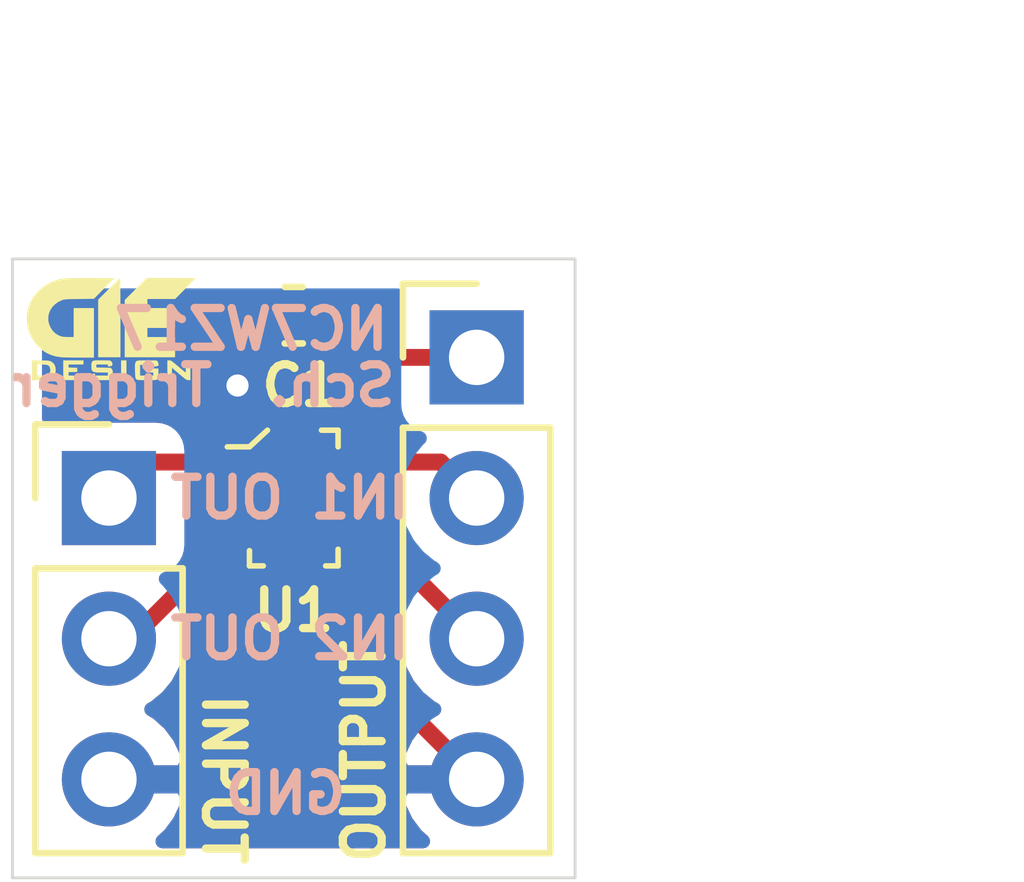
<source format=kicad_pcb>
(kicad_pcb (version 20171130) (host pcbnew "(5.1.4)-1")

  (general
    (thickness 1.6)
    (drawings 13)
    (tracks 22)
    (zones 0)
    (modules 5)
    (nets 7)
  )

  (page A4)
  (layers
    (0 F.Cu signal)
    (31 B.Cu signal)
    (32 B.Adhes user)
    (33 F.Adhes user)
    (34 B.Paste user)
    (35 F.Paste user)
    (36 B.SilkS user)
    (37 F.SilkS user)
    (38 B.Mask user)
    (39 F.Mask user)
    (40 Dwgs.User user)
    (41 Cmts.User user)
    (42 Eco1.User user)
    (43 Eco2.User user)
    (44 Edge.Cuts user)
    (45 Margin user)
    (46 B.CrtYd user)
    (47 F.CrtYd user)
    (48 B.Fab user)
    (49 F.Fab user)
  )

  (setup
    (last_trace_width 0.3048)
    (user_trace_width 0.2286)
    (user_trace_width 0.3048)
    (trace_clearance 0.2032)
    (zone_clearance 0.508)
    (zone_45_only no)
    (trace_min 0.2)
    (via_size 0.8)
    (via_drill 0.4)
    (via_min_size 0.4)
    (via_min_drill 0.3)
    (uvia_size 0.3)
    (uvia_drill 0.1)
    (uvias_allowed no)
    (uvia_min_size 0.2)
    (uvia_min_drill 0.1)
    (edge_width 0.05)
    (segment_width 0.2)
    (pcb_text_width 0.3)
    (pcb_text_size 1.5 1.5)
    (mod_edge_width 0.12)
    (mod_text_size 1 1)
    (mod_text_width 0.15)
    (pad_size 1.524 1.524)
    (pad_drill 0.762)
    (pad_to_mask_clearance 0.051)
    (solder_mask_min_width 0.25)
    (aux_axis_origin 0 0)
    (visible_elements 7FFFFFFF)
    (pcbplotparams
      (layerselection 0x010fc_ffffffff)
      (usegerberextensions false)
      (usegerberattributes false)
      (usegerberadvancedattributes false)
      (creategerberjobfile false)
      (excludeedgelayer true)
      (linewidth 0.100000)
      (plotframeref false)
      (viasonmask false)
      (mode 1)
      (useauxorigin false)
      (hpglpennumber 1)
      (hpglpenspeed 20)
      (hpglpendiameter 15.000000)
      (psnegative false)
      (psa4output false)
      (plotreference true)
      (plotvalue true)
      (plotinvisibletext false)
      (padsonsilk false)
      (subtractmaskfromsilk false)
      (outputformat 1)
      (mirror false)
      (drillshape 1)
      (scaleselection 1)
      (outputdirectory ""))
  )

  (net 0 "")
  (net 1 GND)
  (net 2 VCC)
  (net 3 /IN2)
  (net 4 /IN1)
  (net 5 /OUT2)
  (net 6 /OUT1)

  (net_class Default "This is the default net class."
    (clearance 0.2032)
    (trace_width 0.3048)
    (via_dia 0.8)
    (via_drill 0.4)
    (uvia_dia 0.3)
    (uvia_drill 0.1)
    (add_net /IN1)
    (add_net /IN2)
    (add_net /OUT1)
    (add_net /OUT2)
    (add_net GND)
    (add_net VCC)
  )

  (module "0 - GIE Design Logos:GIE Design - no LLC (3mm x 2mm)" (layer F.Cu) (tedit 0) (tstamp 5D9FC94E)
    (at 104.902 88.392)
    (fp_text reference G*** (at 0 0) (layer F.SilkS) hide
      (effects (font (size 1.524 1.524) (thickness 0.3)))
    )
    (fp_text value LOGO (at 0.75 0) (layer F.SilkS) hide
      (effects (font (size 1.524 1.524) (thickness 0.3)))
    )
    (fp_poly (pts (xy 1.161102 -0.921568) (xy 1.234446 -0.921311) (xy 1.30205 -0.920901) (xy 1.362657 -0.920355)
      (xy 1.41501 -0.919689) (xy 1.457852 -0.918918) (xy 1.489926 -0.918059) (xy 1.509974 -0.917128)
      (xy 1.516743 -0.91616) (xy 1.511787 -0.909926) (xy 1.497698 -0.89467) (xy 1.475642 -0.871594)
      (xy 1.446787 -0.841901) (xy 1.412302 -0.806792) (xy 1.373353 -0.767472) (xy 1.337076 -0.731103)
      (xy 1.157408 -0.551543) (xy 0.653143 -0.551543) (xy 0.653143 -0.377372) (xy 1.153886 -0.377372)
      (xy 1.153886 -0.029029) (xy 0.653143 -0.029029) (xy 0.653143 0.145143) (xy 1.153886 0.145143)
      (xy 1.153886 0.500743) (xy 0.254 0.500743) (xy 0.254 -0.525849) (xy 0.451905 -0.723753)
      (xy 0.649809 -0.921657) (xy 1.083276 -0.921657) (xy 1.161102 -0.921568)) (layer F.SilkS) (width 0.01))
    (fp_poly (pts (xy 0.162284 -0.907307) (xy 0.163014 -0.886684) (xy 0.163704 -0.853514) (xy 0.164348 -0.808782)
      (xy 0.164936 -0.753471) (xy 0.165463 -0.688566) (xy 0.16592 -0.615051) (xy 0.1663 -0.533909)
      (xy 0.166595 -0.446125) (xy 0.166799 -0.352682) (xy 0.166902 -0.254564) (xy 0.166915 -0.206829)
      (xy 0.166915 0.500743) (xy -0.224971 0.500743) (xy -0.224971 -0.533503) (xy -0.034421 -0.723952)
      (xy 0.008869 -0.767078) (xy 0.048996 -0.806784) (xy 0.084796 -0.841938) (xy 0.115103 -0.871407)
      (xy 0.138751 -0.894058) (xy 0.154576 -0.908759) (xy 0.161413 -0.914377) (xy 0.161522 -0.9144)
      (xy 0.162284 -0.907307)) (layer F.SilkS) (width 0.01))
    (fp_poly (pts (xy -0.402059 -0.920399) (xy -0.347296 -0.920161) (xy 0.049264 -0.918029) (xy -0.12953 -0.7366)
      (xy -0.308325 -0.555172) (xy -0.573262 -0.551281) (xy -0.642294 -0.550247) (xy -0.698458 -0.549299)
      (xy -0.743398 -0.548318) (xy -0.778759 -0.547186) (xy -0.806184 -0.545787) (xy -0.82732 -0.544)
      (xy -0.843809 -0.541709) (xy -0.857297 -0.538795) (xy -0.869429 -0.535141) (xy -0.881847 -0.530627)
      (xy -0.886668 -0.528784) (xy -0.954393 -0.496186) (xy -1.01274 -0.454636) (xy -1.060888 -0.40542)
      (xy -1.098014 -0.349824) (xy -1.123297 -0.289134) (xy -1.135915 -0.224635) (xy -1.135044 -0.157614)
      (xy -1.133074 -0.143357) (xy -1.116251 -0.07835) (xy -1.088292 -0.018596) (xy -1.050726 0.034213)
      (xy -1.005082 0.078383) (xy -0.952891 0.112225) (xy -0.895682 0.134045) (xy -0.878938 0.137776)
      (xy -0.855488 0.140778) (xy -0.822338 0.14319) (xy -0.784295 0.14473) (xy -0.753752 0.145143)
      (xy -0.667657 0.145143) (xy -0.667657 -0.377372) (xy -0.312057 -0.377372) (xy -0.312057 0.508)
      (xy -0.567871 0.506923) (xy -0.631173 0.506515) (xy -0.693112 0.50585) (xy -0.75137 0.504974)
      (xy -0.803631 0.50393) (xy -0.84758 0.502763) (xy -0.880899 0.501517) (xy -0.896257 0.50065)
      (xy -0.992304 0.486765) (xy -1.08327 0.459601) (xy -1.168248 0.419785) (xy -1.24633 0.367938)
      (xy -1.316607 0.304686) (xy -1.378171 0.230651) (xy -1.430116 0.146459) (xy -1.439985 0.127)
      (xy -1.464431 0.074118) (xy -1.482249 0.027605) (xy -1.495087 -0.018094) (xy -1.504596 -0.068533)
      (xy -1.510061 -0.108857) (xy -1.514947 -0.208543) (xy -1.505699 -0.307182) (xy -1.482661 -0.403276)
      (xy -1.446171 -0.495326) (xy -1.405496 -0.568239) (xy -1.38897 -0.59134) (xy -1.365752 -0.620277)
      (xy -1.339453 -0.650664) (xy -1.322733 -0.668782) (xy -1.243121 -0.743452) (xy -1.159056 -0.804443)
      (xy -1.069851 -0.852096) (xy -0.97482 -0.88675) (xy -0.873275 -0.908744) (xy -0.825002 -0.914627)
      (xy -0.798512 -0.916333) (xy -0.75871 -0.917768) (xy -0.706798 -0.918918) (xy -0.643976 -0.919771)
      (xy -0.571445 -0.920311) (xy -0.490406 -0.920525) (xy -0.402059 -0.920399)) (layer F.SilkS) (width 0.01))
    (fp_poly (pts (xy 1.06062 0.566107) (xy 1.068837 0.566939) (xy 1.077422 0.569577) (xy 1.087841 0.575043)
      (xy 1.101556 0.584362) (xy 1.120032 0.598556) (xy 1.144733 0.618649) (xy 1.177122 0.645663)
      (xy 1.218664 0.680623) (xy 1.235462 0.694778) (xy 1.269951 0.723694) (xy 1.300623 0.749134)
      (xy 1.325776 0.76971) (xy 1.343708 0.784033) (xy 1.352719 0.790714) (xy 1.35339 0.791028)
      (xy 1.354657 0.784183) (xy 1.355736 0.765291) (xy 1.356548 0.736821) (xy 1.35701 0.70124)
      (xy 1.357086 0.678543) (xy 1.357086 0.566057) (xy 1.429658 0.566057) (xy 1.429658 0.9144)
      (xy 1.402443 0.914361) (xy 1.378488 0.910857) (xy 1.35721 0.9024) (xy 1.356045 0.901661)
      (xy 1.343708 0.892486) (xy 1.323045 0.876014) (xy 1.296224 0.854076) (xy 1.265416 0.828502)
      (xy 1.232788 0.80112) (xy 1.200511 0.773761) (xy 1.170753 0.748254) (xy 1.145684 0.726428)
      (xy 1.127472 0.710114) (xy 1.118286 0.70114) (xy 1.118228 0.701071) (xy 1.107593 0.691537)
      (xy 1.102197 0.689428) (xy 1.100015 0.696274) (xy 1.098155 0.715164) (xy 1.096757 0.743633)
      (xy 1.09596 0.779213) (xy 1.095829 0.801914) (xy 1.095829 0.9144) (xy 1.023258 0.9144)
      (xy 1.023258 0.566057) (xy 1.051307 0.566057) (xy 1.06062 0.566107)) (layer F.SilkS) (width 0.01))
    (fp_poly (pts (xy 0.694912 0.566249) (xy 0.738453 0.566788) (xy 0.775294 0.567616) (xy 0.803195 0.568676)
      (xy 0.819919 0.569911) (xy 0.823361 0.570565) (xy 0.836511 0.581283) (xy 0.847292 0.599702)
      (xy 0.854308 0.621189) (xy 0.856166 0.64111) (xy 0.851473 0.654834) (xy 0.849259 0.656664)
      (xy 0.838372 0.660003) (xy 0.818532 0.663631) (xy 0.805716 0.665361) (xy 0.784186 0.667387)
      (xy 0.773364 0.666067) (xy 0.769619 0.660284) (xy 0.769258 0.654153) (xy 0.768787 0.648501)
      (xy 0.766022 0.64442) (xy 0.758931 0.641654) (xy 0.745482 0.639947) (xy 0.723644 0.639044)
      (xy 0.691386 0.63869) (xy 0.646675 0.638628) (xy 0.522515 0.638628) (xy 0.522515 0.841828)
      (xy 0.769258 0.841828) (xy 0.769258 0.777079) (xy 0.642258 0.772885) (xy 0.640016 0.741846)
      (xy 0.637775 0.710807) (xy 0.745245 0.712817) (xy 0.852715 0.714828) (xy 0.852105 0.801235)
      (xy 0.852017 0.834553) (xy 0.851222 0.860617) (xy 0.848133 0.880315) (xy 0.841163 0.894532)
      (xy 0.828727 0.904156) (xy 0.809237 0.910075) (xy 0.781108 0.913174) (xy 0.742753 0.91434)
      (xy 0.692586 0.914462) (xy 0.649689 0.9144) (xy 0.595535 0.914322) (xy 0.553965 0.913992)
      (xy 0.523051 0.913264) (xy 0.500864 0.91199) (xy 0.485476 0.910026) (xy 0.474956 0.907225)
      (xy 0.467377 0.903442) (xy 0.462948 0.900256) (xy 0.456301 0.894468) (xy 0.451415 0.887616)
      (xy 0.447897 0.877395) (xy 0.445356 0.8615) (xy 0.443398 0.837626) (xy 0.441632 0.803468)
      (xy 0.440027 0.765593) (xy 0.438385 0.710028) (xy 0.438419 0.665514) (xy 0.440108 0.633245)
      (xy 0.442724 0.616717) (xy 0.44732 0.60143) (xy 0.453045 0.589574) (xy 0.461654 0.580713)
      (xy 0.474902 0.574412) (xy 0.494545 0.570235) (xy 0.52234 0.567748) (xy 0.560041 0.566513)
      (xy 0.609405 0.566096) (xy 0.646907 0.566057) (xy 0.694912 0.566249)) (layer F.SilkS) (width 0.01))
    (fp_poly (pts (xy 0.275772 0.9144) (xy 0.188686 0.9144) (xy 0.188686 0.566057) (xy 0.275772 0.566057)
      (xy 0.275772 0.9144)) (layer F.SilkS) (width 0.01))
    (fp_poly (pts (xy -0.113149 0.566096) (xy -0.07546 0.566361) (xy -0.048148 0.567072) (xy -0.029147 0.568448)
      (xy -0.016389 0.570711) (xy -0.007805 0.574081) (xy -0.001328 0.578777) (xy 0.003959 0.58387)
      (xy 0.019044 0.608052) (xy 0.021772 0.626984) (xy 0.021044 0.643877) (xy 0.016572 0.653555)
      (xy 0.004921 0.65905) (xy -0.017343 0.663395) (xy -0.019957 0.663829) (xy -0.039189 0.66643)
      (xy -0.048112 0.664559) (xy -0.050672 0.656466) (xy -0.0508 0.650152) (xy -0.0508 0.631371)
      (xy -0.268514 0.631371) (xy -0.268514 0.695276) (xy -0.005988 0.700314) (xy 0.012164 0.721424)
      (xy 0.020466 0.732012) (xy 0.02561 0.742676) (xy 0.028188 0.756921) (xy 0.028791 0.778255)
      (xy 0.028008 0.810182) (xy 0.027859 0.814605) (xy 0.026847 0.844559) (xy 0.025001 0.867836)
      (xy 0.020671 0.885277) (xy 0.012209 0.89772) (xy -0.002037 0.906008) (xy -0.023717 0.910981)
      (xy -0.054479 0.913478) (xy -0.095973 0.91434) (xy -0.149851 0.914408) (xy -0.168048 0.9144)
      (xy -0.327231 0.9144) (xy -0.345044 0.896587) (xy -0.358804 0.87626) (xy -0.362857 0.849837)
      (xy -0.362857 0.849756) (xy -0.361742 0.830732) (xy -0.355733 0.820823) (xy -0.340835 0.814658)
      (xy -0.335642 0.813181) (xy -0.311184 0.807231) (xy -0.29743 0.806932) (xy -0.291448 0.812963)
      (xy -0.290285 0.823685) (xy -0.290285 0.841828) (xy -0.0508 0.841828) (xy -0.0508 0.776514)
      (xy -0.157842 0.776341) (xy -0.215388 0.775785) (xy -0.260052 0.773704) (xy -0.293455 0.769163)
      (xy -0.317219 0.761228) (xy -0.332963 0.748964) (xy -0.34231 0.731437) (xy -0.346879 0.707713)
      (xy -0.348292 0.676857) (xy -0.348342 0.666523) (xy -0.347993 0.634865) (xy -0.346416 0.61404)
      (xy -0.34282 0.600375) (xy -0.336413 0.590195) (xy -0.33053 0.58387) (xy -0.324228 0.577898)
      (xy -0.317545 0.573437) (xy -0.308412 0.570266) (xy -0.294762 0.568165) (xy -0.274528 0.566914)
      (xy -0.24564 0.566292) (xy -0.206031 0.56608) (xy -0.163285 0.566057) (xy -0.113149 0.566096)) (layer F.SilkS) (width 0.01))
    (fp_poly (pts (xy -0.500742 0.631371) (xy -0.769257 0.631371) (xy -0.769257 0.696194) (xy -0.691242 0.698254)
      (xy -0.613228 0.700314) (xy -0.613228 0.765628) (xy -0.691242 0.767688) (xy -0.769257 0.769748)
      (xy -0.769257 0.841508) (xy -0.633185 0.843482) (xy -0.497114 0.845457) (xy -0.494902 0.879928)
      (xy -0.49269 0.9144) (xy -0.856342 0.9144) (xy -0.856342 0.566057) (xy -0.500742 0.566057)
      (xy -0.500742 0.631371)) (layer F.SilkS) (width 0.01))
    (fp_poly (pts (xy -1.268185 0.567355) (xy -1.216351 0.56824) (xy -1.17684 0.569265) (xy -1.147461 0.570642)
      (xy -1.126023 0.572589) (xy -1.110335 0.575318) (xy -1.098206 0.579044) (xy -1.087444 0.583983)
      (xy -1.084942 0.585308) (xy -1.047563 0.611207) (xy -1.021871 0.643219) (xy -1.006897 0.683126)
      (xy -1.001669 0.732709) (xy -1.001645 0.738181) (xy -1.006843 0.789054) (xy -1.022548 0.831118)
      (xy -1.049282 0.866088) (xy -1.063904 0.879947) (xy -1.07765 0.890589) (xy -1.092694 0.89848)
      (xy -1.111211 0.904087) (xy -1.135376 0.907879) (xy -1.167364 0.910321) (xy -1.209351 0.911881)
      (xy -1.263512 0.913027) (xy -1.268185 0.913111) (xy -1.4224 0.915843) (xy -1.4224 0.843321)
      (xy -1.335314 0.843321) (xy -1.246414 0.840519) (xy -1.202932 0.838527) (xy -1.171348 0.835486)
      (xy -1.149065 0.831038) (xy -1.134051 0.825136) (xy -1.109558 0.804306) (xy -1.094015 0.774872)
      (xy -1.088254 0.740262) (xy -1.093111 0.703906) (xy -1.100082 0.685507) (xy -1.110698 0.666636)
      (xy -1.123517 0.653011) (xy -1.141037 0.643706) (xy -1.165753 0.637793) (xy -1.200161 0.634346)
      (xy -1.242785 0.63255) (xy -1.335314 0.629913) (xy -1.335314 0.843321) (xy -1.4224 0.843321)
      (xy -1.4224 0.565024) (xy -1.268185 0.567355)) (layer F.SilkS) (width 0.01))
  )

  (module digikey-footprints:SOT-363 (layer F.Cu) (tedit 59D28875) (tstamp 5D9FBF08)
    (at 108.204 91.44 270)
    (path /5D9F6BBD)
    (fp_text reference U1 (at 2.032 0 180) (layer F.SilkS)
      (effects (font (size 0.7 0.7) (thickness 0.15)))
    )
    (fp_text value NC7WZ17P6X (at 0 2.325 90) (layer F.Fab) hide
      (effects (font (size 1 1) (thickness 0.15)))
    )
    (fp_line (start -1.1 -0.675) (end 1.1 -0.675) (layer F.Fab) (width 0.1))
    (fp_line (start 1.1 -0.675) (end 1.1 0.675) (layer F.Fab) (width 0.1))
    (fp_text user %R (at -0.05 0.025 90) (layer F.Fab)
      (effects (font (size 0.4 0.4) (thickness 0.04)))
    )
    (fp_line (start 1.225 -0.8) (end 1.225 -0.575) (layer F.SilkS) (width 0.1))
    (fp_line (start 0.925 -0.8) (end 1.225 -0.8) (layer F.SilkS) (width 0.1))
    (fp_line (start 1.225 0.8) (end 1.225 0.55) (layer F.SilkS) (width 0.1))
    (fp_line (start 0.95 0.8) (end 1.225 0.8) (layer F.SilkS) (width 0.1))
    (fp_line (start -1.225 -0.8) (end -1.225 -0.5) (layer F.SilkS) (width 0.1))
    (fp_line (start -0.925 -0.8) (end -1.225 -0.8) (layer F.SilkS) (width 0.1))
    (fp_line (start -1.1 0.425) (end -0.875 0.675) (layer F.Fab) (width 0.1))
    (fp_line (start -1.1 0.425) (end -1.1 -0.675) (layer F.Fab) (width 0.1))
    (fp_line (start -0.875 0.675) (end 1.1 0.675) (layer F.Fab) (width 0.1))
    (fp_line (start -0.925 0.8) (end -0.925 1.2) (layer F.SilkS) (width 0.1))
    (fp_line (start -1.225 0.475) (end -0.925 0.8) (layer F.SilkS) (width 0.1))
    (fp_line (start -1.4 -1.5) (end 1.4 -1.5) (layer F.CrtYd) (width 0.05))
    (fp_line (start 1.4 -1.5) (end 1.4 1.5) (layer F.CrtYd) (width 0.05))
    (fp_line (start 1.4 1.5) (end -1.4 1.5) (layer F.CrtYd) (width 0.05))
    (fp_line (start -1.4 1.5) (end -1.4 -1.5) (layer F.CrtYd) (width 0.05))
    (pad 3 smd rect (at 0.65 0.95 270) (size 0.42 0.6) (layers F.Cu F.Paste F.Mask)
      (net 3 /IN2))
    (pad 2 smd rect (at 0 0.95 270) (size 0.42 0.6) (layers F.Cu F.Paste F.Mask)
      (net 1 GND))
    (pad 1 smd rect (at -0.65 0.95 270) (size 0.42 0.6) (layers F.Cu F.Paste F.Mask)
      (net 4 /IN1))
    (pad 4 smd rect (at 0.65 -0.95 270) (size 0.42 0.6) (layers F.Cu F.Paste F.Mask)
      (net 5 /OUT2))
    (pad 5 smd rect (at 0 -0.95 270) (size 0.42 0.6) (layers F.Cu F.Paste F.Mask)
      (net 2 VCC))
    (pad 6 smd rect (at -0.65 -0.95 270) (size 0.42 0.6) (layers F.Cu F.Paste F.Mask)
      (net 6 /OUT1))
  )

  (module Connector_PinHeader_2.54mm:PinHeader_1x04_P2.54mm_Vertical (layer F.Cu) (tedit 59FED5CC) (tstamp 5D9FBD80)
    (at 111.506 88.9)
    (descr "Through hole straight pin header, 1x04, 2.54mm pitch, single row")
    (tags "Through hole pin header THT 1x04 2.54mm single row")
    (path /5D9F7D13)
    (fp_text reference J2 (at -2.286 8.636) (layer F.SilkS) hide
      (effects (font (size 1 1) (thickness 0.15)))
    )
    (fp_text value Conn_01x04 (at 0 9.95) (layer F.Fab) hide
      (effects (font (size 1 1) (thickness 0.15)))
    )
    (fp_text user %R (at 0 3.81 90) (layer F.Fab)
      (effects (font (size 1 1) (thickness 0.15)))
    )
    (fp_line (start 1.8 -1.8) (end -1.8 -1.8) (layer F.CrtYd) (width 0.05))
    (fp_line (start 1.8 9.4) (end 1.8 -1.8) (layer F.CrtYd) (width 0.05))
    (fp_line (start -1.8 9.4) (end 1.8 9.4) (layer F.CrtYd) (width 0.05))
    (fp_line (start -1.8 -1.8) (end -1.8 9.4) (layer F.CrtYd) (width 0.05))
    (fp_line (start -1.33 -1.33) (end 0 -1.33) (layer F.SilkS) (width 0.12))
    (fp_line (start -1.33 0) (end -1.33 -1.33) (layer F.SilkS) (width 0.12))
    (fp_line (start -1.33 1.27) (end 1.33 1.27) (layer F.SilkS) (width 0.12))
    (fp_line (start 1.33 1.27) (end 1.33 8.95) (layer F.SilkS) (width 0.12))
    (fp_line (start -1.33 1.27) (end -1.33 8.95) (layer F.SilkS) (width 0.12))
    (fp_line (start -1.33 8.95) (end 1.33 8.95) (layer F.SilkS) (width 0.12))
    (fp_line (start -1.27 -0.635) (end -0.635 -1.27) (layer F.Fab) (width 0.1))
    (fp_line (start -1.27 8.89) (end -1.27 -0.635) (layer F.Fab) (width 0.1))
    (fp_line (start 1.27 8.89) (end -1.27 8.89) (layer F.Fab) (width 0.1))
    (fp_line (start 1.27 -1.27) (end 1.27 8.89) (layer F.Fab) (width 0.1))
    (fp_line (start -0.635 -1.27) (end 1.27 -1.27) (layer F.Fab) (width 0.1))
    (pad 4 thru_hole oval (at 0 7.62) (size 1.7 1.7) (drill 1) (layers *.Cu *.Mask)
      (net 1 GND))
    (pad 3 thru_hole oval (at 0 5.08) (size 1.7 1.7) (drill 1) (layers *.Cu *.Mask)
      (net 5 /OUT2))
    (pad 2 thru_hole oval (at 0 2.54) (size 1.7 1.7) (drill 1) (layers *.Cu *.Mask)
      (net 6 /OUT1))
    (pad 1 thru_hole rect (at 0 0) (size 1.7 1.7) (drill 1) (layers *.Cu *.Mask)
      (net 2 VCC))
    (model ${KISYS3DMOD}/Connector_PinHeader_2.54mm.3dshapes/PinHeader_1x04_P2.54mm_Vertical.wrl
      (at (xyz 0 0 0))
      (scale (xyz 1 1 1))
      (rotate (xyz 0 0 0))
    )
  )

  (module Connector_PinHeader_2.54mm:PinHeader_1x03_P2.54mm_Vertical (layer F.Cu) (tedit 59FED5CC) (tstamp 5D9FC30B)
    (at 104.8664 91.44)
    (descr "Through hole straight pin header, 1x03, 2.54mm pitch, single row")
    (tags "Through hole pin header THT 1x03 2.54mm single row")
    (path /5D9F857D)
    (fp_text reference J1 (at 2.3216 6.096) (layer F.SilkS) hide
      (effects (font (size 1 1) (thickness 0.15)))
    )
    (fp_text value Conn_01x03 (at 0 7.41) (layer F.Fab) hide
      (effects (font (size 1 1) (thickness 0.15)))
    )
    (fp_text user %R (at 0 2.54 90) (layer F.Fab)
      (effects (font (size 1 1) (thickness 0.15)))
    )
    (fp_line (start 1.8 -1.8) (end -1.8 -1.8) (layer F.CrtYd) (width 0.05))
    (fp_line (start 1.8 6.85) (end 1.8 -1.8) (layer F.CrtYd) (width 0.05))
    (fp_line (start -1.8 6.85) (end 1.8 6.85) (layer F.CrtYd) (width 0.05))
    (fp_line (start -1.8 -1.8) (end -1.8 6.85) (layer F.CrtYd) (width 0.05))
    (fp_line (start -1.33 -1.33) (end 0 -1.33) (layer F.SilkS) (width 0.12))
    (fp_line (start -1.33 0) (end -1.33 -1.33) (layer F.SilkS) (width 0.12))
    (fp_line (start -1.33 1.27) (end 1.33 1.27) (layer F.SilkS) (width 0.12))
    (fp_line (start 1.33 1.27) (end 1.33 6.41) (layer F.SilkS) (width 0.12))
    (fp_line (start -1.33 1.27) (end -1.33 6.41) (layer F.SilkS) (width 0.12))
    (fp_line (start -1.33 6.41) (end 1.33 6.41) (layer F.SilkS) (width 0.12))
    (fp_line (start -1.27 -0.635) (end -0.635 -1.27) (layer F.Fab) (width 0.1))
    (fp_line (start -1.27 6.35) (end -1.27 -0.635) (layer F.Fab) (width 0.1))
    (fp_line (start 1.27 6.35) (end -1.27 6.35) (layer F.Fab) (width 0.1))
    (fp_line (start 1.27 -1.27) (end 1.27 6.35) (layer F.Fab) (width 0.1))
    (fp_line (start -0.635 -1.27) (end 1.27 -1.27) (layer F.Fab) (width 0.1))
    (pad 3 thru_hole oval (at 0 5.08) (size 1.7 1.7) (drill 1) (layers *.Cu *.Mask)
      (net 1 GND))
    (pad 2 thru_hole oval (at 0 2.54) (size 1.7 1.7) (drill 1) (layers *.Cu *.Mask)
      (net 3 /IN2))
    (pad 1 thru_hole rect (at 0 0) (size 1.7 1.7) (drill 1) (layers *.Cu *.Mask)
      (net 4 /IN1))
    (model ${KISYS3DMOD}/Connector_PinHeader_2.54mm.3dshapes/PinHeader_1x03_P2.54mm_Vertical.wrl
      (at (xyz 0 0 0))
      (scale (xyz 1 1 1))
      (rotate (xyz 0 0 0))
    )
  )

  (module Capacitor_SMD:C_0603_1608Metric (layer F.Cu) (tedit 5B301BBE) (tstamp 5D9FBE0E)
    (at 108.204 88.138 180)
    (descr "Capacitor SMD 0603 (1608 Metric), square (rectangular) end terminal, IPC_7351 nominal, (Body size source: http://www.tortai-tech.com/upload/download/2011102023233369053.pdf), generated with kicad-footprint-generator")
    (tags capacitor)
    (path /5D9F7749)
    (attr smd)
    (fp_text reference C1 (at -0.127 -1.27) (layer F.SilkS)
      (effects (font (size 0.7 0.7) (thickness 0.15)))
    )
    (fp_text value 0.1uF (at 0 1.43) (layer F.Fab) hide
      (effects (font (size 1 1) (thickness 0.15)))
    )
    (fp_text user %R (at 0 0) (layer F.Fab)
      (effects (font (size 0.4 0.4) (thickness 0.06)))
    )
    (fp_line (start 1.48 0.73) (end -1.48 0.73) (layer F.CrtYd) (width 0.05))
    (fp_line (start 1.48 -0.73) (end 1.48 0.73) (layer F.CrtYd) (width 0.05))
    (fp_line (start -1.48 -0.73) (end 1.48 -0.73) (layer F.CrtYd) (width 0.05))
    (fp_line (start -1.48 0.73) (end -1.48 -0.73) (layer F.CrtYd) (width 0.05))
    (fp_line (start -0.162779 0.51) (end 0.162779 0.51) (layer F.SilkS) (width 0.12))
    (fp_line (start -0.162779 -0.51) (end 0.162779 -0.51) (layer F.SilkS) (width 0.12))
    (fp_line (start 0.8 0.4) (end -0.8 0.4) (layer F.Fab) (width 0.1))
    (fp_line (start 0.8 -0.4) (end 0.8 0.4) (layer F.Fab) (width 0.1))
    (fp_line (start -0.8 -0.4) (end 0.8 -0.4) (layer F.Fab) (width 0.1))
    (fp_line (start -0.8 0.4) (end -0.8 -0.4) (layer F.Fab) (width 0.1))
    (pad 2 smd roundrect (at 0.7875 0 180) (size 0.875 0.95) (layers F.Cu F.Paste F.Mask) (roundrect_rratio 0.25)
      (net 1 GND))
    (pad 1 smd roundrect (at -0.7875 0 180) (size 0.875 0.95) (layers F.Cu F.Paste F.Mask) (roundrect_rratio 0.25)
      (net 2 VCC))
    (model ${KISYS3DMOD}/Capacitor_SMD.3dshapes/C_0603_1608Metric.wrl
      (at (xyz 0 0 0))
      (scale (xyz 1 1 1))
      (rotate (xyz 0 0 0))
    )
  )

  (dimension 10.182024 (width 0.15) (layer Dwgs.User)
    (gr_text "0.4009 in" (at 108.20643 83.144565 0.123797406) (layer Dwgs.User)
      (effects (font (size 1 1) (thickness 0.15)))
    )
    (feature1 (pts (xy 103.124 87.122) (xy 103.116972 83.869143)))
    (feature2 (pts (xy 113.306 87.1) (xy 113.298972 83.847143)))
    (crossbar (pts (xy 113.300239 84.433562) (xy 103.118239 84.455562)))
    (arrow1a (pts (xy 103.118239 84.455562) (xy 104.243473 83.866709)))
    (arrow1b (pts (xy 103.118239 84.455562) (xy 104.246007 85.039547)))
    (arrow2a (pts (xy 113.300239 84.433562) (xy 112.172471 83.849577)))
    (arrow2b (pts (xy 113.300239 84.433562) (xy 112.175005 85.022415)))
  )
  (dimension 11.2 (width 0.15) (layer Dwgs.User)
    (gr_text "0.4409 in" (at 120.045 92.7 270) (layer Dwgs.User)
      (effects (font (size 1 1) (thickness 0.15)))
    )
    (feature1 (pts (xy 113.306 98.3) (xy 119.331421 98.3)))
    (feature2 (pts (xy 113.306 87.1) (xy 119.331421 87.1)))
    (crossbar (pts (xy 118.745 87.1) (xy 118.745 98.3)))
    (arrow1a (pts (xy 118.745 98.3) (xy 118.158579 97.173496)))
    (arrow1b (pts (xy 118.745 98.3) (xy 119.331421 97.173496)))
    (arrow2a (pts (xy 118.745 87.1) (xy 118.158579 88.226504)))
    (arrow2b (pts (xy 118.745 87.1) (xy 119.331421 88.226504)))
  )
  (gr_text "Sch.  Trigger" (at 110.109 89.408) (layer B.SilkS) (tstamp 5D9FCAA4)
    (effects (font (size 0.7 0.7) (thickness 0.15)) (justify left mirror))
  )
  (gr_text GND (at 109.22 96.774) (layer B.SilkS) (tstamp 5D9FC58E)
    (effects (font (size 0.7 0.7) (thickness 0.15)) (justify left mirror))
  )
  (gr_text "IN2 OUT" (at 110.363 93.98) (layer B.SilkS) (tstamp 5D9FC58C)
    (effects (font (size 0.7 0.7) (thickness 0.15)) (justify left mirror))
  )
  (gr_text "IN1 OUT" (at 110.363 91.44) (layer B.SilkS) (tstamp 5D9FC58A)
    (effects (font (size 0.7 0.7) (thickness 0.15)) (justify left mirror))
  )
  (gr_text NC7WZ17 (at 109.982 88.392) (layer B.SilkS) (tstamp 5D9FC95E)
    (effects (font (size 0.7 0.7) (thickness 0.15)) (justify left mirror))
  )
  (gr_text OUTPUT (at 109.474 96.012 90) (layer F.SilkS)
    (effects (font (size 0.7 0.7) (thickness 0.15)))
  )
  (gr_text INPUT (at 106.934 96.52 270) (layer F.SilkS)
    (effects (font (size 0.7 0.7) (thickness 0.15)))
  )
  (gr_line (start 103.124 98.298) (end 103.124 87.122) (layer Edge.Cuts) (width 0.05))
  (gr_line (start 113.284 98.298) (end 103.124 98.298) (layer Edge.Cuts) (width 0.05))
  (gr_line (start 113.284 87.122) (end 113.284 98.298) (layer Edge.Cuts) (width 0.05))
  (gr_line (start 103.124 87.122) (end 113.284 87.122) (layer Edge.Cuts) (width 0.05))

  (segment (start 108.204 93.218) (end 111.506 96.52) (width 0.3048) (layer F.Cu) (net 1))
  (segment (start 108.204 91.889918) (end 108.204 93.218) (width 0.3048) (layer F.Cu) (net 1))
  (segment (start 107.254 91.44) (end 107.754082 91.44) (width 0.3048) (layer F.Cu) (net 1))
  (segment (start 107.754082 91.44) (end 108.204 91.889918) (width 0.3048) (layer F.Cu) (net 1))
  (via (at 107.188 89.408) (size 0.8) (drill 0.4) (layers F.Cu B.Cu) (net 1) (tstamp 5D9FC9A5))
  (segment (start 109.7535 88.9) (end 108.9915 88.138) (width 0.3048) (layer F.Cu) (net 2))
  (segment (start 111.506 88.9) (end 109.7535 88.9) (width 0.3048) (layer F.Cu) (net 2))
  (segment (start 108.9915 88.713) (end 108.331 89.3735) (width 0.3048) (layer F.Cu) (net 2))
  (segment (start 108.9915 88.138) (end 108.9915 88.713) (width 0.3048) (layer F.Cu) (net 2))
  (segment (start 108.5492 91.44) (end 109.154 91.44) (width 0.3048) (layer F.Cu) (net 2))
  (segment (start 108.331 91.2218) (end 108.5492 91.44) (width 0.3048) (layer F.Cu) (net 2))
  (segment (start 108.331 89.3735) (end 108.331 91.2218) (width 0.3048) (layer F.Cu) (net 2))
  (segment (start 105.274 93.98) (end 104.8664 93.98) (width 0.3048) (layer F.Cu) (net 3))
  (segment (start 107.164 92.09) (end 105.274 93.98) (width 0.3048) (layer F.Cu) (net 3))
  (segment (start 107.254 92.09) (end 107.164 92.09) (width 0.3048) (layer F.Cu) (net 3))
  (segment (start 105.5164 90.79) (end 104.8664 91.44) (width 0.3048) (layer F.Cu) (net 4))
  (segment (start 107.254 90.79) (end 105.5164 90.79) (width 0.3048) (layer F.Cu) (net 4))
  (segment (start 110.656001 93.130001) (end 111.506 93.98) (width 0.3048) (layer F.Cu) (net 5))
  (segment (start 109.616 92.09) (end 110.656001 93.130001) (width 0.3048) (layer F.Cu) (net 5))
  (segment (start 109.154 92.09) (end 109.616 92.09) (width 0.3048) (layer F.Cu) (net 5))
  (segment (start 110.856 90.79) (end 111.506 91.44) (width 0.3048) (layer F.Cu) (net 6))
  (segment (start 109.154 90.79) (end 110.856 90.79) (width 0.3048) (layer F.Cu) (net 6))

  (zone (net 1) (net_name GND) (layer F.Cu) (tstamp 5D9FC8FA) (hatch edge 0.508)
    (connect_pads (clearance 0.508))
    (min_thickness 0.254)
    (fill yes (arc_segments 32) (thermal_gap 0.508) (thermal_bridge_width 0.508) (smoothing fillet) (radius 0.127))
    (polygon
      (pts
        (xy 113.157 98.171) (xy 113.157 87.249) (xy 103.251 87.249) (xy 103.251 98.171) (xy 103.505 98.171)
      )
    )
    (filled_polygon
      (pts
        (xy 108.215928 92.154685) (xy 108.215928 92.3) (xy 108.228188 92.424482) (xy 108.264498 92.54418) (xy 108.323463 92.654494)
        (xy 108.402815 92.751185) (xy 108.499506 92.830537) (xy 108.60982 92.889502) (xy 108.729518 92.925812) (xy 108.854 92.938072)
        (xy 109.350521 92.938072) (xy 110.056184 93.643736) (xy 110.042487 93.688889) (xy 110.013815 93.98) (xy 110.042487 94.271111)
        (xy 110.127401 94.551034) (xy 110.265294 94.809014) (xy 110.450866 95.035134) (xy 110.676986 95.220706) (xy 110.741523 95.255201)
        (xy 110.624645 95.324822) (xy 110.408412 95.519731) (xy 110.234359 95.75308) (xy 110.109175 96.015901) (xy 110.064524 96.16311)
        (xy 110.185845 96.393) (xy 111.379 96.393) (xy 111.379 96.373) (xy 111.633 96.373) (xy 111.633 96.393)
        (xy 111.653 96.393) (xy 111.653 96.647) (xy 111.633 96.647) (xy 111.633 96.667) (xy 111.379 96.667)
        (xy 111.379 96.647) (xy 110.185845 96.647) (xy 110.064524 96.87689) (xy 110.109175 97.024099) (xy 110.234359 97.28692)
        (xy 110.408412 97.520269) (xy 110.539023 97.638) (xy 105.833377 97.638) (xy 105.963988 97.520269) (xy 106.138041 97.28692)
        (xy 106.263225 97.024099) (xy 106.307876 96.87689) (xy 106.186555 96.647) (xy 104.9934 96.647) (xy 104.9934 96.667)
        (xy 104.7394 96.667) (xy 104.7394 96.647) (xy 104.7194 96.647) (xy 104.7194 96.393) (xy 104.7394 96.393)
        (xy 104.7394 96.373) (xy 104.9934 96.373) (xy 104.9934 96.393) (xy 106.186555 96.393) (xy 106.307876 96.16311)
        (xy 106.263225 96.015901) (xy 106.138041 95.75308) (xy 105.963988 95.519731) (xy 105.747755 95.324822) (xy 105.630877 95.255201)
        (xy 105.695414 95.220706) (xy 105.921534 95.035134) (xy 106.107106 94.809014) (xy 106.244999 94.551034) (xy 106.329913 94.271111)
        (xy 106.35542 94.01213) (xy 107.42948 92.938072) (xy 107.554 92.938072) (xy 107.678482 92.925812) (xy 107.79818 92.889502)
        (xy 107.908494 92.830537) (xy 108.005185 92.751185) (xy 108.084537 92.654494) (xy 108.143502 92.54418) (xy 108.179812 92.424482)
        (xy 108.192072 92.3) (xy 108.192072 92.141934)
      )
    )
    (filled_polygon
      (pts
        (xy 106.344 87.85225) (xy 106.50275 88.011) (xy 107.2895 88.011) (xy 107.2895 87.991) (xy 107.5435 87.991)
        (xy 107.5435 88.011) (xy 107.5635 88.011) (xy 107.5635 88.265) (xy 107.5435 88.265) (xy 107.5435 89.08925)
        (xy 107.582551 89.128301) (xy 107.554994 89.219144) (xy 107.5436 89.334828) (xy 107.5436 89.334837) (xy 107.539792 89.3735)
        (xy 107.5436 89.412163) (xy 107.5436 89.941928) (xy 106.954 89.941928) (xy 106.829518 89.954188) (xy 106.70982 89.990498)
        (xy 106.687179 90.0026) (xy 105.964513 90.0026) (xy 105.96058 90.000498) (xy 105.840882 89.964188) (xy 105.7164 89.951928)
        (xy 104.0164 89.951928) (xy 103.891918 89.964188) (xy 103.784 89.996925) (xy 103.784 88.613) (xy 106.340928 88.613)
        (xy 106.353188 88.737482) (xy 106.389498 88.85718) (xy 106.448463 88.967494) (xy 106.527815 89.064185) (xy 106.624506 89.143537)
        (xy 106.73482 89.202502) (xy 106.854518 89.238812) (xy 106.979 89.251072) (xy 107.13075 89.248) (xy 107.2895 89.08925)
        (xy 107.2895 88.265) (xy 106.50275 88.265) (xy 106.344 88.42375) (xy 106.340928 88.613) (xy 103.784 88.613)
        (xy 103.784 87.782) (xy 106.34286 87.782)
      )
    )
  )
  (zone (net 1) (net_name GND) (layer B.Cu) (tstamp 5D9FC8F7) (hatch edge 0.508)
    (connect_pads (clearance 0.508))
    (min_thickness 0.254)
    (fill yes (arc_segments 32) (thermal_gap 0.508) (thermal_bridge_width 0.508) (smoothing fillet) (radius 0.127))
    (polygon
      (pts
        (xy 113.157 87.249) (xy 113.157 98.171) (xy 103.251 98.171) (xy 103.251 87.249)
      )
    )
    (filled_polygon
      (pts
        (xy 110.066498 87.80582) (xy 110.030188 87.925518) (xy 110.017928 88.05) (xy 110.017928 89.75) (xy 110.030188 89.874482)
        (xy 110.066498 89.99418) (xy 110.125463 90.104494) (xy 110.204815 90.201185) (xy 110.301506 90.280537) (xy 110.41182 90.339502)
        (xy 110.480687 90.360393) (xy 110.450866 90.384866) (xy 110.265294 90.610986) (xy 110.127401 90.868966) (xy 110.042487 91.148889)
        (xy 110.013815 91.44) (xy 110.042487 91.731111) (xy 110.127401 92.011034) (xy 110.265294 92.269014) (xy 110.450866 92.495134)
        (xy 110.676986 92.680706) (xy 110.731791 92.71) (xy 110.676986 92.739294) (xy 110.450866 92.924866) (xy 110.265294 93.150986)
        (xy 110.127401 93.408966) (xy 110.042487 93.688889) (xy 110.013815 93.98) (xy 110.042487 94.271111) (xy 110.127401 94.551034)
        (xy 110.265294 94.809014) (xy 110.450866 95.035134) (xy 110.676986 95.220706) (xy 110.741523 95.255201) (xy 110.624645 95.324822)
        (xy 110.408412 95.519731) (xy 110.234359 95.75308) (xy 110.109175 96.015901) (xy 110.064524 96.16311) (xy 110.185845 96.393)
        (xy 111.379 96.393) (xy 111.379 96.373) (xy 111.633 96.373) (xy 111.633 96.393) (xy 111.653 96.393)
        (xy 111.653 96.647) (xy 111.633 96.647) (xy 111.633 96.667) (xy 111.379 96.667) (xy 111.379 96.647)
        (xy 110.185845 96.647) (xy 110.064524 96.87689) (xy 110.109175 97.024099) (xy 110.234359 97.28692) (xy 110.408412 97.520269)
        (xy 110.539023 97.638) (xy 105.833377 97.638) (xy 105.963988 97.520269) (xy 106.138041 97.28692) (xy 106.263225 97.024099)
        (xy 106.307876 96.87689) (xy 106.186555 96.647) (xy 104.9934 96.647) (xy 104.9934 96.667) (xy 104.7394 96.667)
        (xy 104.7394 96.647) (xy 104.7194 96.647) (xy 104.7194 96.393) (xy 104.7394 96.393) (xy 104.7394 96.373)
        (xy 104.9934 96.373) (xy 104.9934 96.393) (xy 106.186555 96.393) (xy 106.307876 96.16311) (xy 106.263225 96.015901)
        (xy 106.138041 95.75308) (xy 105.963988 95.519731) (xy 105.747755 95.324822) (xy 105.630877 95.255201) (xy 105.695414 95.220706)
        (xy 105.921534 95.035134) (xy 106.107106 94.809014) (xy 106.244999 94.551034) (xy 106.329913 94.271111) (xy 106.358585 93.98)
        (xy 106.329913 93.688889) (xy 106.244999 93.408966) (xy 106.107106 93.150986) (xy 105.921534 92.924866) (xy 105.891713 92.900393)
        (xy 105.96058 92.879502) (xy 106.070894 92.820537) (xy 106.167585 92.741185) (xy 106.246937 92.644494) (xy 106.305902 92.53418)
        (xy 106.342212 92.414482) (xy 106.354472 92.29) (xy 106.354472 90.59) (xy 106.342212 90.465518) (xy 106.305902 90.34582)
        (xy 106.246937 90.235506) (xy 106.167585 90.138815) (xy 106.070894 90.059463) (xy 105.96058 90.000498) (xy 105.840882 89.964188)
        (xy 105.7164 89.951928) (xy 104.0164 89.951928) (xy 103.891918 89.964188) (xy 103.784 89.996925) (xy 103.784 87.782)
        (xy 110.07923 87.782)
      )
    )
  )
)

</source>
